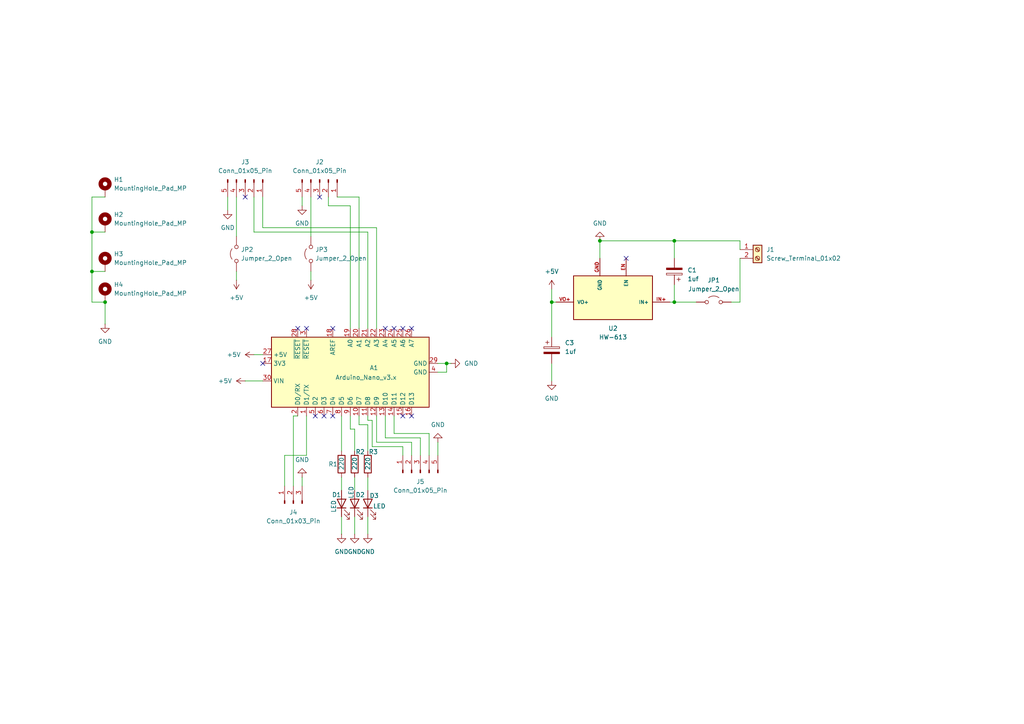
<source format=kicad_sch>
(kicad_sch (version 20250114) (generator "eeschema") (generator_version "9.0")
  (paper "A4")
  (lib_symbols
    (symbol "Connector:Conn_01x03_Pin" (pin_names (offset 1.016) (hide yes))
      (property "Reference" "J" (at 0 5.08 0))
      (property "Value" "Conn_01x03_Pin" (at 0 -5.08 0))
      (symbol "Conn_01x03_Pin_1_1"
        (rectangle (start 0.8636 2.667) (end 0 2.413) (stroke (width 0.1524)) (fill (type outline)))
        (rectangle (start 0.8636 0.127) (end 0 -0.127) (stroke (width 0.1524)) (fill (type outline)))
        (rectangle (start 0.8636 -2.413) (end 0 -2.667) (stroke (width 0.1524)) (fill (type outline)))
        (polyline (pts (xy 1.27 2.54) (xy 0.8636 2.54)) (stroke (width 0.1524)))
        (polyline (pts (xy 1.27 0) (xy 0.8636 0)) (stroke (width 0.1524)))
        (polyline (pts (xy 1.27 -2.54) (xy 0.8636 -2.54)) (stroke (width 0.1524)))
        (pin passive line (at 5.08 2.54 180) (length 3.81) (name "Pin_1") (number "1"))
        (pin passive line (at 5.08 0 180) (length 3.81) (name "Pin_2") (number "2"))
        (pin passive line (at 5.08 -2.54 180) (length 3.81) (name "Pin_3") (number "3"))
      )
    )
    (symbol "Connector:Conn_01x05_Pin" (pin_names (offset 1.016) (hide yes))
      (property "Reference" "J" (at 0 7.62 0))
      (property "Value" "Conn_01x05_Pin" (at 0 -7.62 0))
      (symbol "Conn_01x05_Pin_1_1"
        (rectangle (start 0.8636 5.207) (end 0 4.953) (stroke (width 0.1524)) (fill (type outline)))
        (rectangle (start 0.8636 2.667) (end 0 2.413) (stroke (width 0.1524)) (fill (type outline)))
        (rectangle (start 0.8636 0.127) (end 0 -0.127) (stroke (width 0.1524)) (fill (type outline)))
        (rectangle (start 0.8636 -2.413) (end 0 -2.667) (stroke (width 0.1524)) (fill (type outline)))
        (rectangle (start 0.8636 -4.953) (end 0 -5.207) (stroke (width 0.1524)) (fill (type outline)))
        (polyline (pts (xy 1.27 5.08) (xy 0.8636 5.08)) (stroke (width 0.1524)))
        (polyline (pts (xy 1.27 2.54) (xy 0.8636 2.54)) (stroke (width 0.1524)))
        (polyline (pts (xy 1.27 0) (xy 0.8636 0)) (stroke (width 0.1524)))
        (polyline (pts (xy 1.27 -2.54) (xy 0.8636 -2.54)) (stroke (width 0.1524)))
        (polyline (pts (xy 1.27 -5.08) (xy 0.8636 -5.08)) (stroke (width 0.1524)))
        (pin passive line (at 5.08 5.08 180) (length 3.81) (name "Pin_1") (number "1"))
        (pin passive line (at 5.08 2.54 180) (length 3.81) (name "Pin_2") (number "2"))
        (pin passive line (at 5.08 0 180) (length 3.81) (name "Pin_3") (number "3"))
        (pin passive line (at 5.08 -2.54 180) (length 3.81) (name "Pin_4") (number "4"))
        (pin passive line (at 5.08 -5.08 180) (length 3.81) (name "Pin_5") (number "5"))
      )
    )
    (symbol "Connector:Screw_Terminal_01x02" (pin_names (offset 1.016) (hide yes))
      (property "Reference" "J" (at 0 2.54 0))
      (property "Value" "Screw_Terminal_01x02" (at 0 -5.08 0))
      (symbol "Screw_Terminal_01x02_1_1"
        (rectangle (start -1.27 1.27) (end 1.27 -3.81) (stroke (width 0.254)) (fill (type background)))
        (polyline (pts (xy -0.5334 0.3302) (xy 0.3302 -0.508)) (stroke (width 0.1524)))
        (polyline (pts (xy -0.5334 -2.2098) (xy 0.3302 -3.048)) (stroke (width 0.1524)))
        (polyline (pts (xy -0.3556 0.508) (xy 0.508 -0.3302)) (stroke (width 0.1524)))
        (polyline (pts (xy -0.3556 -2.032) (xy 0.508 -2.8702)) (stroke (width 0.1524)))
        (circle (center 0 0) (radius 0.635) (stroke (width 0.1524)))
        (circle (center 0 -2.54) (radius 0.635) (stroke (width 0.1524)))
        (pin passive line (at -5.08 0 0) (length 3.81) (name "Pin_1") (number "1"))
        (pin passive line (at -5.08 -2.54 0) (length 3.81) (name "Pin_2") (number "2"))
      )
    )
    (symbol "Device:C_Polarized" (pin_numbers (hide yes)) (pin_names (offset 0.254))
      (property "Reference" "C" (at 0.635 2.54 0))
      (property "Value" "C_Polarized" (at 0.635 -2.54 0))
      (symbol "C_Polarized_0_1"
        (rectangle (start -2.286 0.508) (end 2.286 1.016))
        (polyline (pts (xy -1.778 2.286) (xy -0.762 2.286)))
        (polyline (pts (xy -1.27 2.794) (xy -1.27 1.778)))
        (rectangle (start 2.286 -0.508) (end -2.286 -1.016) (fill (type outline)))
      )
      (symbol "C_Polarized_1_1"
        (pin passive line (at 0 3.81 270) (length 2.794) (name "~") (number "1"))
        (pin passive line (at 0 -3.81 90) (length 2.794) (name "~") (number "2"))
      )
    )
    (symbol "Device:LED" (pin_numbers (hide yes)) (pin_names (offset 1.016) (hide yes))
      (property "Reference" "D" (at 0 2.54 0))
      (property "Value" "LED" (at 0 -2.54 0))
      (symbol "LED_0_1"
        (polyline (pts (xy -3.048 -0.762) (xy -4.572 -2.286) (xy -3.81 -2.286) (xy -4.572 -2.286) (xy -4.572 -1.524)))
        (polyline (pts (xy -1.778 -0.762) (xy -3.302 -2.286) (xy -2.54 -2.286) (xy -3.302 -2.286) (xy -3.302 -1.524)))
        (polyline (pts (xy -1.27 0) (xy 1.27 0)))
        (polyline (pts (xy -1.27 -1.27) (xy -1.27 1.27)) (stroke (width 0.254)))
        (polyline (pts (xy 1.27 -1.27) (xy 1.27 1.27) (xy -1.27 0) (xy 1.27 -1.27)) (stroke (width 0.254)))
      )
      (symbol "LED_1_1"
        (pin passive line (at -3.81 0 0) (length 2.54) (name "K") (number "1"))
        (pin passive line (at 3.81 0 180) (length 2.54) (name "A") (number "2"))
      )
    )
    (symbol "Device:R" (pin_numbers (hide yes)) (pin_names (offset 0))
      (property "Reference" "R" (at 2.032 0 90))
      (property "Value" "R" (at 0 0 90))
      (symbol "R_0_1"
        (rectangle (start -1.016 -2.54) (end 1.016 2.54) (stroke (width 0.254)))
      )
      (symbol "R_1_1"
        (pin passive line (at 0 3.81 270) (length 1.27) (name "~") (number "1"))
        (pin passive line (at 0 -3.81 90) (length 1.27) (name "~") (number "2"))
      )
    )
    (symbol "HW-613:HW-613" (pin_names (offset 1.016))
      (property "Reference" "U" (at -12.7 7.62 0))
      (property "Value" "HW-613" (at -12.7 5.08 0))
      (symbol "HW-613_0_0"
        (rectangle (start -12.7 -10.16) (end 10.16 2.54) (stroke (width 0.254)) (fill (type background)))
        (pin bidirectional line (at -17.78 -2.54 0) (length 5.08) (name "IN+") (number "IN+"))
        (pin bidirectional line (at -5.08 -15.24 90) (length 5.08) (name "EN") (number "EN"))
        (pin bidirectional line (at 2.54 -15.24 90) (length 5.08) (name "GND") (number "GND"))
        (pin bidirectional line (at 15.24 -2.54 180) (length 5.08) (name "VO+") (number "VO+"))
      )
    )
    (symbol "Jumper:Jumper_2_Open" (pin_numbers (hide yes)) (pin_names (offset 0) (hide yes))
      (property "Reference" "JP" (at 0 2.794 0))
      (property "Value" "Jumper_2_Open" (at 0 -2.286 0))
      (symbol "Jumper_2_Open_0_0"
        (circle (center -2.032 0) (radius 0.508))
        (circle (center 2.032 0) (radius 0.508))
      )
      (symbol "Jumper_2_Open_0_1"
        (arc (start -1.524 1.27) (mid 0 1.778) (end 1.524 1.27))
      )
      (symbol "Jumper_2_Open_1_1"
        (pin passive line (at -5.08 0 0) (length 2.54) (name "A") (number "1"))
        (pin passive line (at 5.08 0 180) (length 2.54) (name "B") (number "2"))
      )
    )
    (symbol "MCU_Module:Arduino_Nano_v3.x"
      (property "Reference" "A" (at -10.16 23.495 0))
      (property "Value" "Arduino_Nano_v3.x" (at 5.08 -24.13 0))
      (symbol "Arduino_Nano_v3.x_0_1"
        (rectangle (start -10.16 22.86) (end 10.16 -22.86) (stroke (width 0.254)) (fill (type background)))
      )
      (symbol "Arduino_Nano_v3.x_1_1"
        (pin bidirectional line (at -12.7 15.24 0) (length 2.54) (name "D0/RX") (number "2"))
        (pin bidirectional line (at -12.7 12.7 0) (length 2.54) (name "D1/TX") (number "1"))
        (pin bidirectional line (at -12.7 10.16 0) (length 2.54) (name "D2") (number "5"))
        (pin bidirectional line (at -12.7 7.62 0) (length 2.54) (name "D3") (number "6"))
        (pin bidirectional line (at -12.7 5.08 0) (length 2.54) (name "D4") (number "7"))
        (pin bidirectional line (at -12.7 2.54 0) (length 2.54) (name "D5") (number "8"))
        (pin bidirectional line (at -12.7 0 0) (length 2.54) (name "D6") (number "9"))
        (pin bidirectional line (at -12.7 -2.54 0) (length 2.54) (name "D7") (number "10"))
        (pin bidirectional line (at -12.7 -5.08 0) (length 2.54) (name "D8") (number "11"))
        (pin bidirectional line (at -12.7 -7.62 0) (length 2.54) (name "D9") (number "12"))
        (pin bidirectional line (at -12.7 -10.16 0) (length 2.54) (name "D10") (number "13"))
        (pin bidirectional line (at -12.7 -12.7 0) (length 2.54) (name "D11") (number "14"))
        (pin bidirectional line (at -12.7 -15.24 0) (length 2.54) (name "D12") (number "15"))
        (pin bidirectional line (at -12.7 -17.78 0) (length 2.54) (name "D13") (number "16"))
        (pin power_in line (at -2.54 25.4 270) (length 2.54) (name "VIN") (number "30"))
        (pin power_in line (at 0 -25.4 90) (length 2.54) (name "GND") (number "4"))
        (pin power_out line (at 2.54 25.4 270) (length 2.54) (name "3V3") (number "17"))
        (pin power_in line (at 2.54 -25.4 90) (length 2.54) (name "GND") (number "29"))
        (pin power_out line (at 5.08 25.4 270) (length 2.54) (name "+5V") (number "27"))
        (pin input line (at 12.7 15.24 180) (length 2.54) (name "~{RESET}") (number "28"))
        (pin input line (at 12.7 12.7 180) (length 2.54) (name "~{RESET}") (number "3"))
        (pin input line (at 12.7 5.08 180) (length 2.54) (name "AREF") (number "18"))
        (pin bidirectional line (at 12.7 0 180) (length 2.54) (name "A0") (number "19"))
        (pin bidirectional line (at 12.7 -2.54 180) (length 2.54) (name "A1") (number "20"))
        (pin bidirectional line (at 12.7 -5.08 180) (length 2.54) (name "A2") (number "21"))
        (pin bidirectional line (at 12.7 -7.62 180) (length 2.54) (name "A3") (number "22"))
        (pin bidirectional line (at 12.7 -10.16 180) (length 2.54) (name "A4") (number "23"))
        (pin bidirectional line (at 12.7 -12.7 180) (length 2.54) (name "A5") (number "24"))
        (pin bidirectional line (at 12.7 -15.24 180) (length 2.54) (name "A6") (number "25"))
        (pin bidirectional line (at 12.7 -17.78 180) (length 2.54) (name "A7") (number "26"))
      )
    )
    (symbol "Mechanical:MountingHole_Pad_MP" (pin_numbers (hide yes)) (pin_names (offset 1.016) (hide yes)) (in_bom no)
      (property "Reference" "H" (at 0 6.35 0))
      (property "Value" "MountingHole_Pad_MP" (at 0 4.445 0))
      (symbol "MountingHole_Pad_MP_0_1"
        (circle (center 0 1.27) (radius 1.27) (stroke (width 1.27)))
      )
      (symbol "MountingHole_Pad_MP_1_1"
        (pin input line (at 0 -2.54 90) (length 2.54) (name "MP") (number "MP"))
      )
    )
    (symbol "power:+5V" (power) (pin_numbers (hide yes)) (pin_names (offset 0) (hide yes))
      (property "Value" "+5V" (at 0 3.556 0))
      (symbol "+5V_0_1"
        (polyline (pts (xy -0.762 1.27) (xy 0 2.54)))
        (polyline (pts (xy 0 2.54) (xy 0.762 1.27)))
        (polyline (pts (xy 0 0) (xy 0 2.54)))
      )
      (symbol "+5V_1_1"
        (pin power_in line (at 0 0 90) (length 0) (name "~") (number "1"))
      )
    )
    (symbol "power:GND" (power) (pin_numbers (hide yes)) (pin_names (offset 0) (hide yes))
      (property "Value" "GND" (at 0 -3.81 0))
      (symbol "GND_0_1"
        (polyline (pts (xy 0 0) (xy 0 -1.27) (xy 1.27 -1.27) (xy 0 -2.54) (xy -1.27 -1.27) (xy 0 -1.27)))
      )
      (symbol "GND_1_1"
        (pin power_in line (at 0 0 270) (length 0) (name "~") (number "1"))
      )
    )
  )
  (junction (at 129.54 105.41))
  (junction (at 26.67 67.31))
  (junction (at 195.58 87.63))
  (junction (at 26.67 78.74))
  (junction (at 160.02 87.63))
  (junction (at 195.58 69.85))
  (junction (at 30.48 87.63))
  (junction (at 173.99 69.85))
  (no_connect (at 116.84 120.65))
  (no_connect (at 93.98 120.65))
  (no_connect (at 114.3 95.25))
  (no_connect (at 91.44 120.65))
  (no_connect (at 116.84 95.25))
  (no_connect (at 96.52 120.65))
  (no_connect (at 71.12 57.15))
  (no_connect (at 76.2 105.41))
  (no_connect (at 111.76 95.25))
  (no_connect (at 119.38 120.65))
  (no_connect (at 96.52 95.25))
  (no_connect (at 92.71 57.15))
  (no_connect (at 119.38 95.25))
  (no_connect (at 181.61 74.93))
  (no_connect (at 88.9 95.25))
  (no_connect (at 86.36 95.25))
  (wire (pts (xy 160.02 87.63) (xy 161.29 87.63)))
  (wire (pts (xy 195.58 69.85) (xy 214.63 69.85)))
  (wire (pts (xy 102.87 138.43) (xy 102.87 142.24)))
  (wire (pts (xy 102.87 130.81) (xy 102.87 124.46)))
  (wire (pts (xy 173.99 69.85) (xy 173.99 74.93)))
  (wire (pts (xy 127 128.27) (xy 127 132.08)))
  (wire (pts (xy 127 107.95) (xy 129.54 107.95)))
  (wire (pts (xy 30.48 57.15) (xy 26.67 57.15)))
  (wire (pts (xy 88.9 132.08) (xy 82.55 132.08)))
  (wire (pts (xy 102.87 149.86) (xy 102.87 154.94)))
  (wire (pts (xy 76.2 66.04) (xy 109.22 66.04)))
  (wire (pts (xy 85.09 120.65) (xy 85.09 140.97)))
  (wire (pts (xy 73.66 57.15) (xy 73.66 67.31)))
  (wire (pts (xy 68.58 57.15) (xy 68.58 68.58)))
  (wire (pts (xy 30.48 87.63) (xy 30.48 93.98)))
  (wire (pts (xy 173.99 69.85) (xy 195.58 69.85)))
  (wire (pts (xy 214.63 87.63) (xy 212.09 87.63)))
  (wire (pts (xy 119.38 132.08) (xy 119.38 128.27)))
  (wire (pts (xy 87.63 57.15) (xy 87.63 59.69)))
  (wire (pts (xy 90.17 57.15) (xy 90.17 68.58)))
  (wire (pts (xy 88.9 120.65) (xy 88.9 132.08)))
  (wire (pts (xy 121.92 132.08) (xy 121.92 127)))
  (wire (pts (xy 106.68 120.65) (xy 106.68 121.92)))
  (wire (pts (xy 124.46 125.73) (xy 114.3 125.73)))
  (wire (pts (xy 129.54 105.41) (xy 129.54 107.95)))
  (wire (pts (xy 95.25 59.69) (xy 95.25 57.15)))
  (wire (pts (xy 129.54 105.41) (xy 130.81 105.41)))
  (wire (pts (xy 71.12 110.49) (xy 76.2 110.49)))
  (wire (pts (xy 26.67 67.31) (xy 26.67 78.74)))
  (wire (pts (xy 124.46 132.08) (xy 124.46 125.73)))
  (wire (pts (xy 127 105.41) (xy 129.54 105.41)))
  (wire (pts (xy 160.02 87.63) (xy 160.02 97.79)))
  (wire (pts (xy 119.38 128.27) (xy 109.22 128.27)))
  (wire (pts (xy 107.95 121.92) (xy 107.95 129.54)))
  (wire (pts (xy 106.68 130.81) (xy 106.68 123.19)))
  (wire (pts (xy 68.58 78.74) (xy 68.58 81.28)))
  (wire (pts (xy 109.22 128.27) (xy 109.22 120.65)))
  (wire (pts (xy 30.48 67.31) (xy 26.67 67.31)))
  (wire (pts (xy 195.58 82.55) (xy 195.58 87.63)))
  (wire (pts (xy 26.67 78.74) (xy 26.67 87.63)))
  (wire (pts (xy 195.58 87.63) (xy 201.93 87.63)))
  (wire (pts (xy 106.68 67.31) (xy 106.68 95.25)))
  (wire (pts (xy 106.68 138.43) (xy 106.68 142.24)))
  (wire (pts (xy 99.06 120.65) (xy 99.06 130.81)))
  (wire (pts (xy 82.55 132.08) (xy 82.55 140.97)))
  (wire (pts (xy 114.3 125.73) (xy 114.3 120.65)))
  (wire (pts (xy 160.02 105.41) (xy 160.02 110.49)))
  (wire (pts (xy 160.02 83.82) (xy 160.02 87.63)))
  (wire (pts (xy 30.48 78.74) (xy 26.67 78.74)))
  (wire (pts (xy 99.06 138.43) (xy 99.06 142.24)))
  (wire (pts (xy 26.67 87.63) (xy 30.48 87.63)))
  (wire (pts (xy 73.66 102.87) (xy 76.2 102.87)))
  (wire (pts (xy 116.84 129.54) (xy 116.84 132.08)))
  (wire (pts (xy 104.14 57.15) (xy 104.14 95.25)))
  (wire (pts (xy 90.17 78.74) (xy 90.17 81.28)))
  (wire (pts (xy 195.58 69.85) (xy 195.58 74.93)))
  (wire (pts (xy 214.63 69.85) (xy 214.63 72.39)))
  (wire (pts (xy 99.06 149.86) (xy 99.06 154.94)))
  (wire (pts (xy 106.68 121.92) (xy 107.95 121.92)))
  (wire (pts (xy 106.68 123.19) (xy 104.14 123.19)))
  (wire (pts (xy 214.63 74.93) (xy 214.63 87.63)))
  (wire (pts (xy 26.67 57.15) (xy 26.67 67.31)))
  (wire (pts (xy 76.2 57.15) (xy 76.2 66.04)))
  (wire (pts (xy 111.76 127) (xy 111.76 120.65)))
  (wire (pts (xy 101.6 59.69) (xy 95.25 59.69)))
  (wire (pts (xy 101.6 59.69) (xy 101.6 95.25)))
  (wire (pts (xy 104.14 123.19) (xy 104.14 120.65)))
  (wire (pts (xy 73.66 67.31) (xy 106.68 67.31)))
  (wire (pts (xy 97.79 57.15) (xy 104.14 57.15)))
  (wire (pts (xy 121.92 127) (xy 111.76 127)))
  (wire (pts (xy 106.68 149.86) (xy 106.68 154.94)))
  (wire (pts (xy 102.87 124.46) (xy 101.6 124.46)))
  (wire (pts (xy 107.95 129.54) (xy 116.84 129.54)))
  (wire (pts (xy 85.09 120.65) (xy 86.36 120.65)))
  (wire (pts (xy 194.31 87.63) (xy 195.58 87.63)))
  (wire (pts (xy 109.22 66.04) (xy 109.22 95.25)))
  (wire (pts (xy 101.6 124.46) (xy 101.6 120.65)))
  (wire (pts (xy 87.63 138.43) (xy 87.63 140.97)))
  (wire (pts (xy 66.04 57.15) (xy 66.04 60.96)))
  (symbol (lib_id "Connector:Screw_Terminal_01x02") (at 219.71 72.39 0) (unit 1)
    (property "Reference" "J1" (at 222.25 72.3899 0) (effects (justify left)))
    (property "Value" "Screw_Terminal_01x02" (at 222.25 74.9299 0) (effects (justify left)))
    (property "Footprint" "TerminalBlock_Altech:Altech_AK100_1x02_P5.00mm" (effects (hide yes)))
    (property "Description" "Generic screw terminal, single row, 01x02, script generated (kicad-library-utils/schlib/autogen/connector/)" (effects (hide yes)))
  )
  (symbol (lib_id "Mechanical:MountingHole_Pad_MP") (at 30.48 54.61 0) (unit 1) (in_bom no)
    (property "Reference" "H1" (at 33.02 52.0699 0) (effects (justify left)))
    (property "Value" "MountingHole_Pad_MP" (at 33.02 54.6099 0) (effects (justify left)))
    (property "Footprint" "MountingHole:MountingHole_2.5mm_Pad_Via" (effects (hide yes)))
    (property "Description" "Mounting Hole with connection as pad named MP" (effects (hide yes)))
  )
  (symbol (lib_id "power:+5V") (at 68.58 81.28 180) (unit 1)
    (property "Reference" "#PWR06" (effects (hide yes)))
    (property "Value" "+5V" (at 68.58 86.36 0))
    (property "Description" "Power symbol creates a global label with name \"+5V\"" (effects (hide yes)))
  )
  (symbol (lib_id "power:GND") (at 173.99 69.85 180) (unit 1)
    (property "Reference" "#PWR02" (effects (hide yes)))
    (property "Value" "GND" (at 173.99 64.77 0))
    (property "Description" "Power symbol creates a global label with name \"GND\" , ground" (effects (hide yes)))
  )
  (symbol (lib_id "Mechanical:MountingHole_Pad_MP") (at 30.48 85.09 0) (unit 1) (in_bom no)
    (property "Reference" "H4" (at 33.02 82.5499 0) (effects (justify left)))
    (property "Value" "MountingHole_Pad_MP" (at 33.02 85.0899 0) (effects (justify left)))
    (property "Footprint" "MountingHole:MountingHole_2.5mm_Pad_Via" (effects (hide yes)))
    (property "Description" "Mounting Hole with connection as pad named MP" (effects (hide yes)))
  )
  (symbol (lib_id "HW-613:HW-613") (at 176.53 90.17 180) (unit 1)
    (property "Reference" "U2" (at 177.8 95.25 0))
    (property "Value" "HW-613" (at 177.8 97.79 0))
    (property "Footprint" "HW-612:HW-613" (effects (hide yes)))
    (property "MF" "NTE Electronics, Inc" (effects (hide yes)))
    (property "Description_1" "RESISTOR 1/2W METAL FILM FLAMEPROOF 13M OHM 2% AXIAL LEAD | NTE Electronics Inc. HW613" (effects (hide yes)))
    (property "Package" "Axial NTE Electronics, Inc" (effects (hide yes)))
    (property "Price" "None" (effects (hide yes)))
    (property "SnapEDA_Link" "https://www.snapeda.com/parts/HW613/NTE+Electronics/view-part/?ref=snap" (effects (hide yes)))
    (property "MP" "HW613" (effects (hide yes)))
    (property "Availability" "Not in stock" (effects (hide yes)))
    (property "Check_prices" "https://www.snapeda.com/parts/HW613/NTE+Electronics/view-part/?ref=eda" (effects (hide yes)))
  )
  (symbol (lib_id "Device:LED") (at 99.06 146.05 90) (unit 1)
    (property "Reference" "D1" (at 96.266 143.51 90) (effects (justify right)))
    (property "Value" "LED" (at 96.774 145.034 0) (effects (justify right)))
    (property "Footprint" "LED_THT:LED_D5.0mm" (effects (hide yes)))
    (property "Description" "Light emitting diode" (effects (hide yes)))
    (property "Sim.Pins" "1=K 2=A" (effects (hide yes)))
  )
  (symbol (lib_id "Jumper:Jumper_2_Open") (at 68.58 73.66 90) (unit 1)
    (property "Reference" "JP2" (at 69.85 72.3899 90) (effects (justify right)))
    (property "Value" "Jumper_2_Open" (at 69.85 74.9299 90) (effects (justify right)))
    (property "Footprint" "Connector_PinHeader_2.54mm:PinHeader_1x02_P2.54mm_Vertical" (effects (hide yes)))
    (property "Description" "Jumper, 2-pole, open" (effects (hide yes)))
  )
  (symbol (lib_id "power:GND") (at 30.48 93.98 0) (unit 1)
    (property "Reference" "#PWR017" (effects (hide yes)))
    (property "Value" "GND" (at 30.48 99.06 0))
    (property "Description" "Power symbol creates a global label with name \"GND\" , ground" (effects (hide yes)))
  )
  (symbol (lib_id "MCU_Module:Arduino_Nano_v3.x") (at 101.6 107.95 90) (unit 1)
    (property "Reference" "A1" (at 108.458 106.68 90))
    (property "Value" "Arduino_Nano_v3.x" (at 106.172 109.474 90))
    (property "Footprint" "Module:Arduino_Nano" (effects (hide yes)))
    (property "Datasheet" "http://www.mouser.com/pdfdocs/Gravitech_Arduino_Nano3_0.pdf" (effects (hide yes)))
    (property "Description" "Arduino Nano v3.x" (effects (hide yes)))
  )
  (symbol (lib_id "Device:R") (at 99.06 134.62 0) (unit 1)
    (property "Reference" "R1" (at 95.25 134.62 0) (effects (justify left)))
    (property "Value" "220" (at 99.06 136.398 90) (effects (justify left)))
    (property "Footprint" "Resistor_THT:R_Axial_DIN0204_L3.6mm_D1.6mm_P5.08mm_Horizontal" (effects (hide yes)))
    (property "Description" "Resistor" (effects (hide yes)))
  )
  (symbol (lib_id "power:GND") (at 87.63 138.43 180) (unit 1)
    (property "Reference" "#PWR011" (effects (hide yes)))
    (property "Value" "GND" (at 87.63 133.35 0))
    (property "Description" "Power symbol creates a global label with name \"GND\" , ground" (effects (hide yes)))
  )
  (symbol (lib_id "Device:LED") (at 106.68 146.05 90) (unit 1)
    (property "Reference" "D3" (at 107.188 143.764 90) (effects (justify right)))
    (property "Value" "LED" (at 108.204 146.812 90) (effects (justify right)))
    (property "Footprint" "LED_THT:LED_D5.0mm" (effects (hide yes)))
    (property "Description" "Light emitting diode" (effects (hide yes)))
    (property "Sim.Pins" "1=K 2=A" (effects (hide yes)))
  )
  (symbol (lib_id "power:+5V") (at 71.12 110.49 90) (unit 1)
    (property "Reference" "#PWR04" (effects (hide yes)))
    (property "Value" "+5V" (at 67.31 110.4899 90) (effects (justify left)))
    (property "Description" "Power symbol creates a global label with name \"+5V\"" (effects (hide yes)))
  )
  (symbol (lib_id "Device:C_Polarized") (at 195.58 78.74 180) (unit 1)
    (property "Reference" "C1" (at 199.39 78.3589 0) (effects (justify right)))
    (property "Value" "1uf" (at 199.39 80.8989 0) (effects (justify right)))
    (property "Footprint" "Capacitor_THT:CP_Radial_D6.3mm_P2.50mm" (effects (hide yes)))
    (property "Description" "Polarized capacitor" (effects (hide yes)))
  )
  (symbol (lib_id "power:+5V") (at 73.66 102.87 90) (unit 1)
    (property "Reference" "#PWR015" (effects (hide yes)))
    (property "Value" "+5V" (at 69.85 102.8699 90) (effects (justify left)))
    (property "Description" "Power symbol creates a global label with name \"+5V\"" (effects (hide yes)))
  )
  (symbol (lib_id "power:GND") (at 127 128.27 180) (unit 1)
    (property "Reference" "#PWR016" (effects (hide yes)))
    (property "Value" "GND" (at 127 123.19 0))
    (property "Description" "Power symbol creates a global label with name \"GND\" , ground" (effects (hide yes)))
  )
  (symbol (lib_id "power:GND") (at 160.02 110.49 0) (unit 1)
    (property "Reference" "#PWR03" (effects (hide yes)))
    (property "Value" "GND" (at 160.02 115.57 0))
    (property "Description" "Power symbol creates a global label with name \"GND\" , ground" (effects (hide yes)))
  )
  (symbol (lib_id "Device:R") (at 106.68 134.62 0) (unit 1)
    (property "Reference" "R3" (at 106.934 131.064 0) (effects (justify left)))
    (property "Value" "220" (at 106.68 136.398 90) (effects (justify left)))
    (property "Footprint" "Resistor_THT:R_Axial_DIN0204_L3.6mm_D1.6mm_P5.08mm_Horizontal" (effects (hide yes)))
    (property "Description" "Resistor" (effects (hide yes)))
  )
  (symbol (lib_id "power:+5V") (at 160.02 83.82 0) (unit 1)
    (property "Reference" "#PWR01" (effects (hide yes)))
    (property "Value" "+5V" (at 160.02 78.74 0))
    (property "Description" "Power symbol creates a global label with name \"+5V\"" (effects (hide yes)))
  )
  (symbol (lib_id "Device:R") (at 102.87 134.62 0) (unit 1)
    (property "Reference" "R2" (at 103.124 131.064 0) (effects (justify left)))
    (property "Value" "220" (at 102.87 136.398 90) (effects (justify left)))
    (property "Footprint" "Resistor_THT:R_Axial_DIN0204_L3.6mm_D1.6mm_P5.08mm_Horizontal" (effects (hide yes)))
    (property "Description" "Resistor" (effects (hide yes)))
  )
  (symbol (lib_id "Jumper:Jumper_2_Open") (at 90.17 73.66 90) (unit 1)
    (property "Reference" "JP3" (at 91.44 72.3899 90) (effects (justify right)))
    (property "Value" "Jumper_2_Open" (at 91.44 74.9299 90) (effects (justify right)))
    (property "Footprint" "Connector_PinHeader_2.54mm:PinHeader_1x02_P2.54mm_Vertical" (effects (hide yes)))
    (property "Description" "Jumper, 2-pole, open" (effects (hide yes)))
  )
  (symbol (lib_id "power:GND") (at 87.63 59.69 0) (unit 1)
    (property "Reference" "#PWR09" (effects (hide yes)))
    (property "Value" "GND" (at 87.63 64.77 0))
    (property "Description" "Power symbol creates a global label with name \"GND\" , ground" (effects (hide yes)))
  )
  (symbol (lib_id "Jumper:Jumper_2_Open") (at 207.01 87.63 0) (unit 1)
    (property "Reference" "JP1" (at 207.01 81.28 0))
    (property "Value" "Jumper_2_Open" (at 207.01 83.82 0))
    (property "Footprint" "Connector_PinHeader_2.54mm:PinHeader_1x02_P2.54mm_Vertical" (effects (hide yes)))
    (property "Description" "Jumper, 2-pole, open" (effects (hide yes)))
  )
  (symbol (lib_id "Connector:Conn_01x05_Pin") (at 92.71 52.07 270) (unit 1)
    (property "Reference" "J2" (at 92.71 46.99 90))
    (property "Value" "Conn_01x05_Pin" (at 92.71 49.53 90))
    (property "Footprint" "Connector_JST:JST_EH_B5B-EH-A_1x05_P2.50mm_Vertical" (effects (hide yes)))
    (property "Description" "Generic connector, single row, 01x05, script generated" (effects (hide yes)))
  )
  (symbol (lib_id "power:GND") (at 130.81 105.41 90) (unit 1)
    (property "Reference" "#PWR05" (effects (hide yes)))
    (property "Value" "GND" (at 134.62 105.4099 90) (effects (justify right)))
    (property "Description" "Power symbol creates a global label with name \"GND\" , ground" (effects (hide yes)))
  )
  (symbol (lib_id "power:GND") (at 66.04 60.96 0) (unit 1)
    (property "Reference" "#PWR08" (effects (hide yes)))
    (property "Value" "GND" (at 66.04 66.04 0))
    (property "Description" "Power symbol creates a global label with name \"GND\" , ground" (effects (hide yes)))
  )
  (symbol (lib_id "Device:C_Polarized") (at 160.02 101.6 0) (unit 1)
    (property "Reference" "C3" (at 163.83 99.4409 0) (effects (justify left)))
    (property "Value" "1uf" (at 163.83 101.9809 0) (effects (justify left)))
    (property "Footprint" "Capacitor_THT:CP_Radial_D6.3mm_P2.50mm" (effects (hide yes)))
    (property "Description" "Polarized capacitor" (effects (hide yes)))
  )
  (symbol (lib_id "Mechanical:MountingHole_Pad_MP") (at 30.48 64.77 0) (unit 1) (in_bom no)
    (property "Reference" "H2" (at 33.02 62.2299 0) (effects (justify left)))
    (property "Value" "MountingHole_Pad_MP" (at 33.02 64.7699 0) (effects (justify left)))
    (property "Footprint" "MountingHole:MountingHole_2.5mm_Pad_Via" (effects (hide yes)))
    (property "Description" "Mounting Hole with connection as pad named MP" (effects (hide yes)))
  )
  (symbol (lib_id "power:+5V") (at 90.17 81.28 180) (unit 1)
    (property "Reference" "#PWR07" (effects (hide yes)))
    (property "Value" "+5V" (at 90.17 86.36 0))
    (property "Description" "Power symbol creates a global label with name \"+5V\"" (effects (hide yes)))
  )
  (symbol (lib_id "Device:LED") (at 102.87 146.05 90) (unit 1)
    (property "Reference" "D2" (at 103.124 143.51 90) (effects (justify right)))
    (property "Value" "LED" (at 101.854 140.97 0) (effects (justify right)))
    (property "Footprint" "LED_THT:LED_D5.0mm" (effects (hide yes)))
    (property "Description" "Light emitting diode" (effects (hide yes)))
    (property "Sim.Pins" "1=K 2=A" (effects (hide yes)))
  )
  (symbol (lib_id "power:GND") (at 102.87 154.94 0) (unit 1)
    (property "Reference" "#PWR013" (effects (hide yes)))
    (property "Value" "GND" (at 102.87 160.02 0))
    (property "Description" "Power symbol creates a global label with name \"GND\" , ground" (effects (hide yes)))
  )
  (symbol (lib_id "Connector:Conn_01x03_Pin") (at 85.09 146.05 90) (unit 1)
    (property "Reference" "J4" (at 85.09 148.59 90))
    (property "Value" "Conn_01x03_Pin" (at 85.09 151.13 90))
    (property "Footprint" "Connector_JST:JST_EH_B3B-EH-A_1x03_P2.50mm_Vertical" (effects (hide yes)))
    (property "Description" "Generic connector, single row, 01x03, script generated" (effects (hide yes)))
  )
  (symbol (lib_id "power:GND") (at 99.06 154.94 0) (unit 1)
    (property "Reference" "#PWR010" (effects (hide yes)))
    (property "Value" "GND" (at 99.06 160.02 0))
    (property "Description" "Power symbol creates a global label with name \"GND\" , ground" (effects (hide yes)))
  )
  (symbol (lib_id "Connector:Conn_01x05_Pin") (at 121.92 137.16 90) (unit 1)
    (property "Reference" "J5" (at 121.92 139.7 90))
    (property "Value" "Conn_01x05_Pin" (at 121.92 142.24 90))
    (property "Footprint" "Connector_JST:JST_EH_B5B-EH-A_1x05_P2.50mm_Vertical" (effects (hide yes)))
    (property "Description" "Generic connector, single row, 01x05, script generated" (effects (hide yes)))
  )
  (symbol (lib_id "Connector:Conn_01x05_Pin") (at 71.12 52.07 270) (unit 1)
    (property "Reference" "J3" (at 71.12 46.99 90))
    (property "Value" "Conn_01x05_Pin" (at 71.12 49.53 90))
    (property "Footprint" "Connector_JST:JST_EH_B5B-EH-A_1x05_P2.50mm_Vertical" (effects (hide yes)))
    (property "Description" "Generic connector, single row, 01x05, script generated" (effects (hide yes)))
  )
  (symbol (lib_id "power:GND") (at 106.68 154.94 0) (unit 1)
    (property "Reference" "#PWR014" (effects (hide yes)))
    (property "Value" "GND" (at 106.68 160.02 0))
    (property "Description" "Power symbol creates a global label with name \"GND\" , ground" (effects (hide yes)))
  )
  (symbol (lib_id "Mechanical:MountingHole_Pad_MP") (at 30.48 76.2 0) (unit 1) (in_bom no)
    (property "Reference" "H3" (at 33.02 73.6599 0) (effects (justify left)))
    (property "Value" "MountingHole_Pad_MP" (at 33.02 76.1999 0) (effects (justify left)))
    (property "Footprint" "MountingHole:MountingHole_2.5mm_Pad_Via" (effects (hide yes)))
    (property "Description" "Mounting Hole with connection as pad named MP" (effects (hide yes)))
  )
)
</source>
